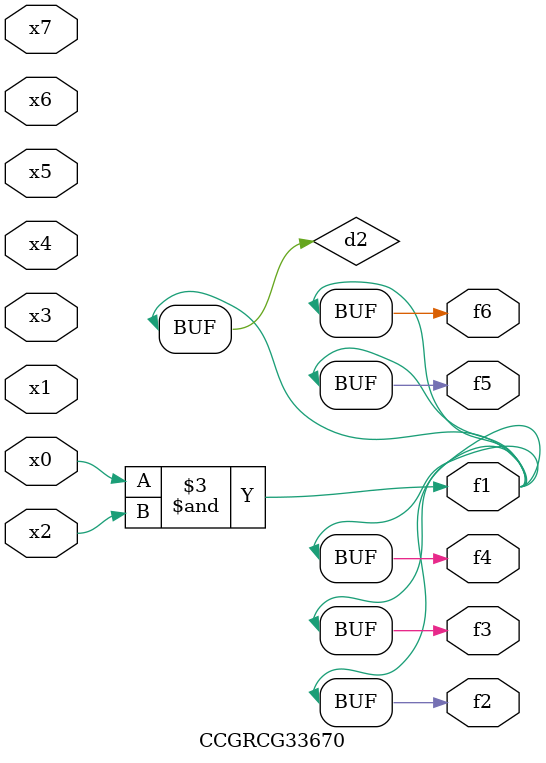
<source format=v>
module CCGRCG33670(
	input x0, x1, x2, x3, x4, x5, x6, x7,
	output f1, f2, f3, f4, f5, f6
);

	wire d1, d2;

	nor (d1, x3, x6);
	and (d2, x0, x2);
	assign f1 = d2;
	assign f2 = d2;
	assign f3 = d2;
	assign f4 = d2;
	assign f5 = d2;
	assign f6 = d2;
endmodule

</source>
